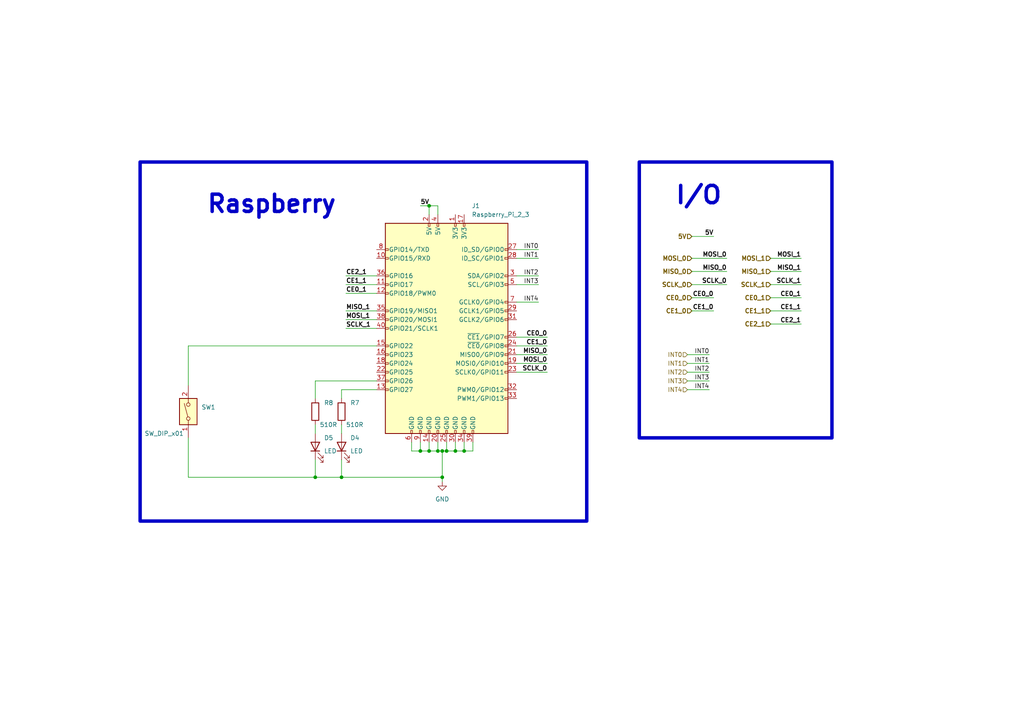
<source format=kicad_sch>
(kicad_sch (version 20230121) (generator eeschema)
  (paper "A4")
  (lib_symbols
    (symbol "Connector:Raspberry_Pi_2_3" (pin_names (offset 1.016))
      (property "Reference" "J" (at -17.78 31.75 0))
      (property "Value" "Raspberry_Pi_2_3" (at 10.16 -31.75 0))
      (symbol "Raspberry_Pi_2_3_0_1"
        (rectangle (start -17.78 30.48) (end 17.78 -30.48) (stroke (width 0.254)) (fill (type background)))
      )
      (symbol "Raspberry_Pi_2_3_1_1"
        (rectangle (start -16.891 -17.526) (end -17.78 -18.034))
        (rectangle (start -16.891 -14.986) (end -17.78 -15.494))
        (rectangle (start -16.891 -12.446) (end -17.78 -12.954))
        (rectangle (start -16.891 -9.906) (end -17.78 -10.414))
        (rectangle (start -16.891 -7.366) (end -17.78 -7.874))
        (rectangle (start -16.891 -4.826) (end -17.78 -5.334))
        (rectangle (start -16.891 0.254) (end -17.78 -0.254))
        (rectangle (start -16.891 2.794) (end -17.78 2.286))
        (rectangle (start -16.891 5.334) (end -17.78 4.826))
        (rectangle (start -16.891 10.414) (end -17.78 9.906))
        (rectangle (start -16.891 12.954) (end -17.78 12.446))
        (rectangle (start -16.891 15.494) (end -17.78 14.986))
        (rectangle (start -16.891 20.574) (end -17.78 20.066))
        (rectangle (start -16.891 23.114) (end -17.78 22.606))
        (rectangle (start -10.414 -29.591) (end -9.906 -30.48))
        (rectangle (start -7.874 -29.591) (end -7.366 -30.48))
        (rectangle (start -5.334 -29.591) (end -4.826 -30.48))
        (rectangle (start -5.334 30.48) (end -4.826 29.591))
        (rectangle (start -2.794 -29.591) (end -2.286 -30.48))
        (rectangle (start -2.794 30.48) (end -2.286 29.591))
        (rectangle (start -0.254 -29.591) (end 0.254 -30.48))
        (rectangle (start 2.286 -29.591) (end 2.794 -30.48))
        (rectangle (start 2.286 30.48) (end 2.794 29.591))
        (rectangle (start 4.826 -29.591) (end 5.334 -30.48))
        (rectangle (start 4.826 30.48) (end 5.334 29.591))
        (rectangle (start 7.366 -29.591) (end 7.874 -30.48))
        (rectangle (start 17.78 -20.066) (end 16.891 -20.574))
        (rectangle (start 17.78 -17.526) (end 16.891 -18.034))
        (rectangle (start 17.78 -12.446) (end 16.891 -12.954))
        (rectangle (start 17.78 -9.906) (end 16.891 -10.414))
        (rectangle (start 17.78 -7.366) (end 16.891 -7.874))
        (rectangle (start 17.78 -4.826) (end 16.891 -5.334))
        (rectangle (start 17.78 -2.286) (end 16.891 -2.794))
        (rectangle (start 17.78 2.794) (end 16.891 2.286))
        (rectangle (start 17.78 5.334) (end 16.891 4.826))
        (rectangle (start 17.78 7.874) (end 16.891 7.366))
        (rectangle (start 17.78 12.954) (end 16.891 12.446))
        (rectangle (start 17.78 15.494) (end 16.891 14.986))
        (rectangle (start 17.78 20.574) (end 16.891 20.066))
        (rectangle (start 17.78 23.114) (end 16.891 22.606))
        (pin power_in line (at 2.54 33.02 270) (length 2.54) (name "3V3") (number "1"))
        (pin bidirectional line (at -20.32 20.32 0) (length 2.54) (name "GPIO15/RXD") (number "10"))
        (pin bidirectional line (at -20.32 12.7 0) (length 2.54) (name "GPIO17") (number "11"))
        (pin bidirectional line (at -20.32 10.16 0) (length 2.54) (name "GPIO18/PWM0") (number "12"))
        (pin bidirectional line (at -20.32 -17.78 0) (length 2.54) (name "GPIO27") (number "13"))
        (pin power_in line (at -5.08 -33.02 90) (length 2.54) (name "GND") (number "14"))
        (pin bidirectional line (at -20.32 -5.08 0) (length 2.54) (name "GPIO22") (number "15"))
        (pin bidirectional line (at -20.32 -7.62 0) (length 2.54) (name "GPIO23") (number "16"))
        (pin power_in line (at 5.08 33.02 270) (length 2.54) (name "3V3") (number "17"))
        (pin bidirectional line (at -20.32 -10.16 0) (length 2.54) (name "GPIO24") (number "18"))
        (pin bidirectional line (at 20.32 -10.16 180) (length 2.54) (name "MOSI0/GPIO10") (number "19"))
        (pin power_in line (at -5.08 33.02 270) (length 2.54) (name "5V") (number "2"))
        (pin power_in line (at -2.54 -33.02 90) (length 2.54) (name "GND") (number "20"))
        (pin bidirectional line (at 20.32 -7.62 180) (length 2.54) (name "MISO0/GPIO9") (number "21"))
        (pin bidirectional line (at -20.32 -12.7 0) (length 2.54) (name "GPIO25") (number "22"))
        (pin bidirectional line (at 20.32 -12.7 180) (length 2.54) (name "SCLK0/GPIO11") (number "23"))
        (pin bidirectional line (at 20.32 -5.08 180) (length 2.54) (name "~{CE0}/GPIO8") (number "24"))
        (pin power_in line (at 0 -33.02 90) (length 2.54) (name "GND") (number "25"))
        (pin bidirectional line (at 20.32 -2.54 180) (length 2.54) (name "~{CE1}/GPIO7") (number "26"))
        (pin bidirectional line (at 20.32 22.86 180) (length 2.54) (name "ID_SD/GPIO0") (number "27"))
        (pin bidirectional line (at 20.32 20.32 180) (length 2.54) (name "ID_SC/GPIO1") (number "28"))
        (pin bidirectional line (at 20.32 5.08 180) (length 2.54) (name "GCLK1/GPIO5") (number "29"))
        (pin bidirectional line (at 20.32 15.24 180) (length 2.54) (name "SDA/GPIO2") (number "3"))
        (pin power_in line (at 2.54 -33.02 90) (length 2.54) (name "GND") (number "30"))
        (pin bidirectional line (at 20.32 2.54 180) (length 2.54) (name "GCLK2/GPIO6") (number "31"))
        (pin bidirectional line (at 20.32 -17.78 180) (length 2.54) (name "PWM0/GPIO12") (number "32"))
        (pin bidirectional line (at 20.32 -20.32 180) (length 2.54) (name "PWM1/GPIO13") (number "33"))
        (pin power_in line (at 5.08 -33.02 90) (length 2.54) (name "GND") (number "34"))
        (pin bidirectional line (at -20.32 5.08 0) (length 2.54) (name "GPIO19/MISO1") (number "35"))
        (pin bidirectional line (at -20.32 15.24 0) (length 2.54) (name "GPIO16") (number "36"))
        (pin bidirectional line (at -20.32 -15.24 0) (length 2.54) (name "GPIO26") (number "37"))
        (pin bidirectional line (at -20.32 2.54 0) (length 2.54) (name "GPIO20/MOSI1") (number "38"))
        (pin power_in line (at 7.62 -33.02 90) (length 2.54) (name "GND") (number "39"))
        (pin power_in line (at -2.54 33.02 270) (length 2.54) (name "5V") (number "4"))
        (pin bidirectional line (at -20.32 0 0) (length 2.54) (name "GPIO21/SCLK1") (number "40"))
        (pin bidirectional line (at 20.32 12.7 180) (length 2.54) (name "SCL/GPIO3") (number "5"))
        (pin power_in line (at -10.16 -33.02 90) (length 2.54) (name "GND") (number "6"))
        (pin bidirectional line (at 20.32 7.62 180) (length 2.54) (name "GCLK0/GPIO4") (number "7"))
        (pin bidirectional line (at -20.32 22.86 0) (length 2.54) (name "GPIO14/TXD") (number "8"))
        (pin power_in line (at -7.62 -33.02 90) (length 2.54) (name "GND") (number "9"))
      )
    )
    (symbol "Device:LED" (pin_numbers hide) (pin_names (offset 1.016) hide)
      (property "Reference" "D" (at 0 2.54 0))
      (property "Value" "LED" (at 0 -2.54 0))
      (symbol "LED_0_1"
        (polyline (pts (xy -1.27 -1.27) (xy -1.27 1.27)) (stroke (width 0.254)))
        (polyline (pts (xy -1.27 0) (xy 1.27 0)))
        (polyline (pts (xy 1.27 -1.27) (xy 1.27 1.27) (xy -1.27 0) (xy 1.27 -1.27)) (stroke (width 0.254)))
        (polyline (pts (xy -3.048 -0.762) (xy -4.572 -2.286) (xy -3.81 -2.286) (xy -4.572 -2.286) (xy -4.572 -1.524)))
        (polyline (pts (xy -1.778 -0.762) (xy -3.302 -2.286) (xy -2.54 -2.286) (xy -3.302 -2.286) (xy -3.302 -1.524)))
      )
      (symbol "LED_1_1"
        (pin passive line (at -3.81 0 0) (length 2.54) (name "K") (number "1"))
        (pin passive line (at 3.81 0 180) (length 2.54) (name "A") (number "2"))
      )
    )
    (symbol "Device:R" (pin_numbers hide) (pin_names (offset 0))
      (property "Reference" "R" (at 2.032 0 90))
      (property "Value" "R" (at 0 0 90))
      (symbol "R_0_1"
        (rectangle (start -1.016 -2.54) (end 1.016 2.54) (stroke (width 0.254)))
      )
      (symbol "R_1_1"
        (pin passive line (at 0 3.81 270) (length 1.27) (name "~") (number "1"))
        (pin passive line (at 0 -3.81 90) (length 1.27) (name "~") (number "2"))
      )
    )
    (symbol "Switch:SW_DIP_x01" (pin_names (offset 0) hide)
      (property "Reference" "SW" (at 0 3.81 0))
      (property "Value" "SW_DIP_x01" (at 0 -3.81 0))
      (symbol "SW_DIP_x01_0_0"
        (circle (center -2.032 0) (radius 0.508))
        (polyline (pts (xy -1.524 0.127) (xy 2.3622 1.1684)))
        (circle (center 2.032 0) (radius 0.508))
      )
      (symbol "SW_DIP_x01_0_1"
        (rectangle (start -3.81 2.54) (end 3.81 -2.54) (stroke (width 0.254)) (fill (type background)))
      )
      (symbol "SW_DIP_x01_1_1"
        (pin passive line (at -7.62 0 0) (length 5.08) (name "~") (number "1"))
        (pin passive line (at 7.62 0 180) (length 5.08) (name "~") (number "2"))
      )
    )
    (symbol "power:GND" (power) (pin_names (offset 0))
      (property "Value" "GND" (at 0 -3.81 0))
      (symbol "GND_0_1"
        (polyline (pts (xy 0 0) (xy 0 -1.27) (xy 1.27 -1.27) (xy 0 -2.54) (xy -1.27 -1.27) (xy 0 -1.27)))
      )
      (symbol "GND_1_1"
        (pin power_in line (at 0 0 270) (length 0) hide (name "GND") (number "1"))
      )
    )
  )
  (junction (at 99.06 138.43))
  (junction (at 127 130.81))
  (junction (at 124.46 130.81))
  (junction (at 128.27 138.43))
  (junction (at 132.08 130.81))
  (junction (at 91.44 138.43))
  (junction (at 134.62 130.81))
  (junction (at 128.27 130.81))
  (junction (at 121.92 130.81))
  (junction (at 124.46 59.69))
  (junction (at 129.54 130.81))
  (wire (pts (xy 223.52 78.74) (xy 232.41 78.74)))
  (wire (pts (xy 54.61 111.76) (xy 54.61 100.33)))
  (wire (pts (xy 109.22 110.49) (xy 91.44 110.49)))
  (wire (pts (xy 100.33 85.09) (xy 109.22 85.09)))
  (wire (pts (xy 200.66 78.74) (xy 210.82 78.74)))
  (wire (pts (xy 223.52 86.36) (xy 232.41 86.36)))
  (wire (pts (xy 121.92 128.27) (xy 121.92 130.81)))
  (wire (pts (xy 200.66 86.36) (xy 207.01 86.36)))
  (wire (pts (xy 223.52 93.98) (xy 232.41 93.98)))
  (wire (pts (xy 99.06 133.35) (xy 99.06 138.43)))
  (wire (pts (xy 91.44 138.43) (xy 99.06 138.43)))
  (wire (pts (xy 54.61 127) (xy 54.61 138.43)))
  (wire (pts (xy 127 130.81) (xy 128.27 130.81)))
  (wire (pts (xy 54.61 138.43) (xy 91.44 138.43)))
  (wire (pts (xy 129.54 128.27) (xy 129.54 130.81)))
  (wire (pts (xy 99.06 113.03) (xy 109.22 113.03)))
  (wire (pts (xy 149.86 100.33) (xy 158.75 100.33)))
  (wire (pts (xy 200.66 82.55) (xy 210.82 82.55)))
  (wire (pts (xy 199.39 110.49) (xy 205.74 110.49)))
  (wire (pts (xy 137.16 128.27) (xy 137.16 130.81)))
  (wire (pts (xy 99.06 115.57) (xy 99.06 113.03)))
  (wire (pts (xy 134.62 130.81) (xy 132.08 130.81)))
  (wire (pts (xy 149.86 97.79) (xy 158.75 97.79)))
  (wire (pts (xy 128.27 138.43) (xy 128.27 139.7)))
  (wire (pts (xy 199.39 107.95) (xy 205.74 107.95)))
  (wire (pts (xy 119.38 128.27) (xy 119.38 130.81)))
  (wire (pts (xy 223.52 82.55) (xy 232.41 82.55)))
  (wire (pts (xy 132.08 128.27) (xy 132.08 130.81)))
  (wire (pts (xy 121.92 130.81) (xy 124.46 130.81)))
  (wire (pts (xy 137.16 130.81) (xy 134.62 130.81)))
  (wire (pts (xy 149.86 102.87) (xy 158.75 102.87)))
  (wire (pts (xy 149.86 80.01) (xy 156.21 80.01)))
  (wire (pts (xy 91.44 110.49) (xy 91.44 115.57)))
  (wire (pts (xy 134.62 128.27) (xy 134.62 130.81)))
  (wire (pts (xy 223.52 74.93) (xy 232.41 74.93)))
  (wire (pts (xy 149.86 105.41) (xy 158.75 105.41)))
  (wire (pts (xy 127 59.69) (xy 124.46 59.69)))
  (wire (pts (xy 129.54 130.81) (xy 128.27 130.81)))
  (wire (pts (xy 199.39 113.03) (xy 205.74 113.03)))
  (wire (pts (xy 200.66 68.58) (xy 207.01 68.58)))
  (wire (pts (xy 199.39 102.87) (xy 205.74 102.87)))
  (wire (pts (xy 119.38 130.81) (xy 121.92 130.81)))
  (wire (pts (xy 54.61 100.33) (xy 109.22 100.33)))
  (wire (pts (xy 149.86 87.63) (xy 156.21 87.63)))
  (wire (pts (xy 132.08 130.81) (xy 129.54 130.81)))
  (wire (pts (xy 100.33 90.17) (xy 109.22 90.17)))
  (wire (pts (xy 99.06 123.19) (xy 99.06 125.73)))
  (wire (pts (xy 149.86 74.93) (xy 156.21 74.93)))
  (wire (pts (xy 124.46 128.27) (xy 124.46 130.81)))
  (wire (pts (xy 121.92 59.69) (xy 124.46 59.69)))
  (wire (pts (xy 91.44 133.35) (xy 91.44 138.43)))
  (wire (pts (xy 128.27 130.81) (xy 128.27 138.43)))
  (wire (pts (xy 149.86 82.55) (xy 156.21 82.55)))
  (wire (pts (xy 149.86 72.39) (xy 156.21 72.39)))
  (wire (pts (xy 200.66 90.17) (xy 207.01 90.17)))
  (wire (pts (xy 127 62.23) (xy 127 59.69)))
  (wire (pts (xy 100.33 95.25) (xy 109.22 95.25)))
  (wire (pts (xy 149.86 107.95) (xy 158.75 107.95)))
  (wire (pts (xy 124.46 130.81) (xy 127 130.81)))
  (wire (pts (xy 100.33 82.55) (xy 109.22 82.55)))
  (wire (pts (xy 99.06 138.43) (xy 128.27 138.43)))
  (wire (pts (xy 100.33 80.01) (xy 109.22 80.01)))
  (wire (pts (xy 127 128.27) (xy 127 130.81)))
  (wire (pts (xy 199.39 105.41) (xy 205.74 105.41)))
  (wire (pts (xy 91.44 123.19) (xy 91.44 125.73)))
  (wire (pts (xy 124.46 62.23) (xy 124.46 59.69)))
  (wire (pts (xy 100.33 92.71) (xy 109.22 92.71)))
  (wire (pts (xy 200.66 74.93) (xy 210.82 74.93)))
  (wire (pts (xy 223.52 90.17) (xy 232.41 90.17)))
  (rectangle (start 185.42 46.99) (end 241.3 127) (stroke (width 1)))
  (rectangle (start 40.64 46.99) (end 170.18 151.13) (stroke (width 1)))
  (text "Raspberry\n" (at 59.69 62.23 0) (effects (font (size 5 5) bold) (justify left bottom)))
  (text "I/O\n" (at 195.58 59.69 0) (effects (font (size 5 5) bold) (justify left bottom)))
  (label "5V" (at 207.01 68.58 180) (effects (font bold)))
  (label "CE0_1" (at 100.33 85.09 0) (effects (font bold)))
  (label "SCLK_0" (at 158.75 107.95 180) (effects (font bold)))
  (label "INT2" (at 156.21 80.01 180))
  (label "INT4" (at 205.74 113.03 180))
  (label "SCLK_1" (at 232.41 82.55 180) (effects (font bold)))
  (label "INT0" (at 156.21 72.39 180))
  (label "CE0_1" (at 232.41 86.36 180) (effects (font bold)))
  (label "MISO_1" (at 100.33 90.17 0) (effects (font bold)))
  (label "CE1_1" (at 100.33 82.55 0) (effects (font bold)))
  (label "INT0" (at 205.74 102.87 180))
  (label "MISO_0" (at 210.82 78.74 180) (effects (font bold)))
  (label "CE2_1" (at 232.41 93.98 180) (effects (font bold)))
  (label "INT3" (at 156.21 82.55 180))
  (label "MOSI_0" (at 158.75 105.41 180) (effects (font bold)))
  (label "INT1" (at 156.21 74.93 180))
  (label "CE1_0" (at 158.75 100.33 180) (effects (font bold)))
  (label "CE0_0" (at 158.75 97.79 180) (effects (font bold)))
  (label "SCLK_0" (at 210.82 82.55 180) (effects (font bold)))
  (label "INT4" (at 156.21 87.63 180))
  (label "MISO_0" (at 158.75 102.87 180) (effects (font bold)))
  (label "INT1" (at 205.74 105.41 180))
  (label "CE0_0" (at 207.01 86.36 180) (effects (font bold)))
  (label "MOSI_1" (at 100.33 92.71 0) (effects (font bold)))
  (label "INT2" (at 205.74 107.95 180))
  (label "SCLK_1" (at 100.33 95.25 0) (effects (font bold)))
  (label "CE2_1" (at 100.33 80.01 0) (effects (font bold)))
  (label "MOSI_0" (at 210.82 74.93 180) (effects (font bold)))
  (label "CE1_0" (at 207.01 90.17 180) (effects (font bold)))
  (label "CE1_1" (at 232.41 90.17 180) (effects (font bold)))
  (label "5V" (at 121.92 59.69 0) (effects (font bold)))
  (label "MOSI_1" (at 232.41 74.93 180) (effects (font bold)))
  (label "INT3" (at 205.74 110.49 180))
  (label "MISO_1" (at 232.41 78.74 180) (effects (font bold)))
  (hierarchical_label "CE2_1" (shape input) (at 223.52 93.98 180) (effects (font bold)))
  (hierarchical_label "INT4" (shape input) (at 199.39 113.03 180))
  (hierarchical_label "MISO_0" (shape input) (at 200.66 78.74 180) (effects (font bold)))
  (hierarchical_label "INT1" (shape input) (at 199.39 105.41 180))
  (hierarchical_label "INT0" (shape input) (at 199.39 102.87 180))
  (hierarchical_label "MISO_1" (shape input) (at 223.52 78.74 180) (effects (font bold)))
  (hierarchical_label "CE1_0" (shape input) (at 200.66 90.17 180) (effects (font bold)))
  (hierarchical_label "INT2" (shape input) (at 199.39 107.95 180))
  (hierarchical_label "INT3" (shape input) (at 199.39 110.49 180))
  (hierarchical_label "CE0_1" (shape input) (at 223.52 86.36 180) (effects (font bold)))
  (hierarchical_label "5V" (shape input) (at 200.66 68.58 180) (effects (font bold)))
  (hierarchical_label "CE0_0" (shape input) (at 200.66 86.36 180) (effects (font bold)))
  (hierarchical_label "MOSI_1" (shape input) (at 223.52 74.93 180) (effects (font bold)))
  (hierarchical_label "SCLK_1" (shape input) (at 223.52 82.55 180) (effects (font bold)))
  (hierarchical_label "MOSI_0" (shape input) (at 200.66 74.93 180) (effects (font bold)))
  (hierarchical_label "CE1_1" (shape input) (at 223.52 90.17 180) (effects (font bold)))
  (hierarchical_label "SCLK_0" (shape input) (at 200.66 82.55 180) (effects (font bold)))
  (symbol (lib_id "Device:R") (at 91.44 119.38 0) (unit 1)
    (property "Reference" "R8" (at 93.98 116.84 0) (effects (justify left)))
    (property "Value" "510R" (at 92.71 123.19 0) (effects (justify left)))
    (property "Footprint" "Resistor_SMD:R_0805_2012Metric_Pad1.20x1.40mm_HandSolder" (effects hide))
  )
  (symbol (lib_id "Device:LED") (at 91.44 129.54 90) (unit 1)
    (property "Reference" "D5" (at 93.98 127 90) (effects (justify right)))
    (property "Value" "LED" (at 93.98 130.81 90) (effects (justify right)))
    (property "Footprint" "LED_SMD:LED_0805_2012Metric_Pad1.15x1.40mm_HandSolder" (effects hide))
  )
  (symbol (lib_id "power:GND") (at 128.27 139.7 0) (unit 1)
    (property "Reference" "#PWR02" (effects hide))
    (property "Value" "GND" (at 128.27 144.78 0))
  )
  (symbol (lib_id "Connector:Raspberry_Pi_2_3") (at 129.54 95.25 0) (unit 1)
    (property "Reference" "J1" (at 136.8141 59.69 0) (effects (justify left)))
    (property "Value" "Raspberry_Pi_2_3" (at 136.8141 62.23 0) (effects (justify left)))
    (property "Footprint" "Connector_PinHeader_2.54mm:PinHeader_2x20_P2.54mm_Vertical" (effects hide))
    (property "Datasheet" "https://www.raspberrypi.org/documentation/hardware/raspberrypi/schematics/rpi_SCH_3bplus_1p0_reduced.pdf" (effects hide))
  )
  (symbol (lib_id "Device:LED") (at 99.06 129.54 90) (unit 1)
    (property "Reference" "D4" (at 101.6 127 90) (effects (justify right)))
    (property "Value" "LED" (at 101.6 130.81 90) (effects (justify right)))
    (property "Footprint" "LED_SMD:LED_0805_2012Metric_Pad1.15x1.40mm_HandSolder" (effects hide))
  )
  (symbol (lib_id "Device:R") (at 99.06 119.38 0) (unit 1)
    (property "Reference" "R7" (at 101.6 116.84 0) (effects (justify left)))
    (property "Value" "510R" (at 100.33 123.19 0) (effects (justify left)))
    (property "Footprint" "Resistor_SMD:R_0805_2012Metric_Pad1.20x1.40mm_HandSolder" (effects hide))
  )
  (symbol (lib_id "Switch:SW_DIP_x01") (at 54.61 119.38 90) (unit 1)
    (property "Reference" "SW1" (at 58.42 118.11 90) (effects (justify right)))
    (property "Value" "SW_DIP_x01" (at 41.91 125.73 90) (effects (justify right)))
    (property "Footprint" "Button_Switch_SMD:SW_Push_SPST_NO_Alps_SKRK" (effects hide))
  )
)
</source>
